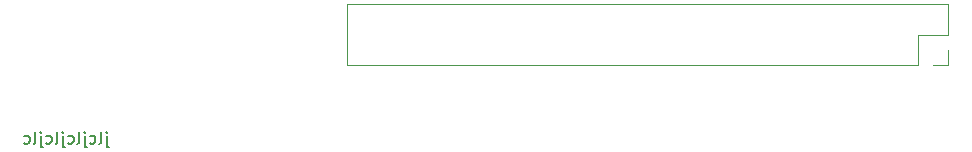
<source format=gbr>
%TF.GenerationSoftware,KiCad,Pcbnew,7.0.10*%
%TF.CreationDate,2024-05-03T22:40:51+02:00*%
%TF.ProjectId,p2000t-ram-expansion-board-2080kb,70323030-3074-42d7-9261-6d2d65787061,rev?*%
%TF.SameCoordinates,Original*%
%TF.FileFunction,Legend,Bot*%
%TF.FilePolarity,Positive*%
%FSLAX46Y46*%
G04 Gerber Fmt 4.6, Leading zero omitted, Abs format (unit mm)*
G04 Created by KiCad (PCBNEW 7.0.10) date 2024-05-03 22:40:51*
%MOMM*%
%LPD*%
G01*
G04 APERTURE LIST*
%ADD10C,0.150000*%
%ADD11C,0.120000*%
G04 APERTURE END LIST*
D10*
X138900790Y-134532752D02*
X138900790Y-135389895D01*
X138900790Y-135389895D02*
X138948409Y-135485133D01*
X138948409Y-135485133D02*
X139043647Y-135532752D01*
X139043647Y-135532752D02*
X139091266Y-135532752D01*
X138900790Y-134199419D02*
X138948409Y-134247038D01*
X138948409Y-134247038D02*
X138900790Y-134294657D01*
X138900790Y-134294657D02*
X138853171Y-134247038D01*
X138853171Y-134247038D02*
X138900790Y-134199419D01*
X138900790Y-134199419D02*
X138900790Y-134294657D01*
X138281743Y-135199419D02*
X138376981Y-135151800D01*
X138376981Y-135151800D02*
X138424600Y-135056561D01*
X138424600Y-135056561D02*
X138424600Y-134199419D01*
X137472219Y-135151800D02*
X137567457Y-135199419D01*
X137567457Y-135199419D02*
X137757933Y-135199419D01*
X137757933Y-135199419D02*
X137853171Y-135151800D01*
X137853171Y-135151800D02*
X137900790Y-135104180D01*
X137900790Y-135104180D02*
X137948409Y-135008942D01*
X137948409Y-135008942D02*
X137948409Y-134723228D01*
X137948409Y-134723228D02*
X137900790Y-134627990D01*
X137900790Y-134627990D02*
X137853171Y-134580371D01*
X137853171Y-134580371D02*
X137757933Y-134532752D01*
X137757933Y-134532752D02*
X137567457Y-134532752D01*
X137567457Y-134532752D02*
X137472219Y-134580371D01*
X137043647Y-134532752D02*
X137043647Y-135389895D01*
X137043647Y-135389895D02*
X137091266Y-135485133D01*
X137091266Y-135485133D02*
X137186504Y-135532752D01*
X137186504Y-135532752D02*
X137234123Y-135532752D01*
X137043647Y-134199419D02*
X137091266Y-134247038D01*
X137091266Y-134247038D02*
X137043647Y-134294657D01*
X137043647Y-134294657D02*
X136996028Y-134247038D01*
X136996028Y-134247038D02*
X137043647Y-134199419D01*
X137043647Y-134199419D02*
X137043647Y-134294657D01*
X136424600Y-135199419D02*
X136519838Y-135151800D01*
X136519838Y-135151800D02*
X136567457Y-135056561D01*
X136567457Y-135056561D02*
X136567457Y-134199419D01*
X135615076Y-135151800D02*
X135710314Y-135199419D01*
X135710314Y-135199419D02*
X135900790Y-135199419D01*
X135900790Y-135199419D02*
X135996028Y-135151800D01*
X135996028Y-135151800D02*
X136043647Y-135104180D01*
X136043647Y-135104180D02*
X136091266Y-135008942D01*
X136091266Y-135008942D02*
X136091266Y-134723228D01*
X136091266Y-134723228D02*
X136043647Y-134627990D01*
X136043647Y-134627990D02*
X135996028Y-134580371D01*
X135996028Y-134580371D02*
X135900790Y-134532752D01*
X135900790Y-134532752D02*
X135710314Y-134532752D01*
X135710314Y-134532752D02*
X135615076Y-134580371D01*
X135186504Y-134532752D02*
X135186504Y-135389895D01*
X135186504Y-135389895D02*
X135234123Y-135485133D01*
X135234123Y-135485133D02*
X135329361Y-135532752D01*
X135329361Y-135532752D02*
X135376980Y-135532752D01*
X135186504Y-134199419D02*
X135234123Y-134247038D01*
X135234123Y-134247038D02*
X135186504Y-134294657D01*
X135186504Y-134294657D02*
X135138885Y-134247038D01*
X135138885Y-134247038D02*
X135186504Y-134199419D01*
X135186504Y-134199419D02*
X135186504Y-134294657D01*
X134567457Y-135199419D02*
X134662695Y-135151800D01*
X134662695Y-135151800D02*
X134710314Y-135056561D01*
X134710314Y-135056561D02*
X134710314Y-134199419D01*
X133757933Y-135151800D02*
X133853171Y-135199419D01*
X133853171Y-135199419D02*
X134043647Y-135199419D01*
X134043647Y-135199419D02*
X134138885Y-135151800D01*
X134138885Y-135151800D02*
X134186504Y-135104180D01*
X134186504Y-135104180D02*
X134234123Y-135008942D01*
X134234123Y-135008942D02*
X134234123Y-134723228D01*
X134234123Y-134723228D02*
X134186504Y-134627990D01*
X134186504Y-134627990D02*
X134138885Y-134580371D01*
X134138885Y-134580371D02*
X134043647Y-134532752D01*
X134043647Y-134532752D02*
X133853171Y-134532752D01*
X133853171Y-134532752D02*
X133757933Y-134580371D01*
X133329361Y-134532752D02*
X133329361Y-135389895D01*
X133329361Y-135389895D02*
X133376980Y-135485133D01*
X133376980Y-135485133D02*
X133472218Y-135532752D01*
X133472218Y-135532752D02*
X133519837Y-135532752D01*
X133329361Y-134199419D02*
X133376980Y-134247038D01*
X133376980Y-134247038D02*
X133329361Y-134294657D01*
X133329361Y-134294657D02*
X133281742Y-134247038D01*
X133281742Y-134247038D02*
X133329361Y-134199419D01*
X133329361Y-134199419D02*
X133329361Y-134294657D01*
X132710314Y-135199419D02*
X132805552Y-135151800D01*
X132805552Y-135151800D02*
X132853171Y-135056561D01*
X132853171Y-135056561D02*
X132853171Y-134199419D01*
X131900790Y-135151800D02*
X131996028Y-135199419D01*
X131996028Y-135199419D02*
X132186504Y-135199419D01*
X132186504Y-135199419D02*
X132281742Y-135151800D01*
X132281742Y-135151800D02*
X132329361Y-135104180D01*
X132329361Y-135104180D02*
X132376980Y-135008942D01*
X132376980Y-135008942D02*
X132376980Y-134723228D01*
X132376980Y-134723228D02*
X132329361Y-134627990D01*
X132329361Y-134627990D02*
X132281742Y-134580371D01*
X132281742Y-134580371D02*
X132186504Y-134532752D01*
X132186504Y-134532752D02*
X131996028Y-134532752D01*
X131996028Y-134532752D02*
X131900790Y-134580371D01*
D11*
%TO.C,J1*%
X159235600Y-128581600D02*
X159235600Y-123381600D01*
X207555600Y-128581600D02*
X159235600Y-128581600D01*
X207555600Y-128581600D02*
X207555600Y-125981600D01*
X208825600Y-128581600D02*
X210155600Y-128581600D01*
X210155600Y-128581600D02*
X210155600Y-127251600D01*
X207555600Y-125981600D02*
X210155600Y-125981600D01*
X210155600Y-125981600D02*
X210155600Y-123381600D01*
X210155600Y-123381600D02*
X159235600Y-123381600D01*
%TD*%
M02*

</source>
